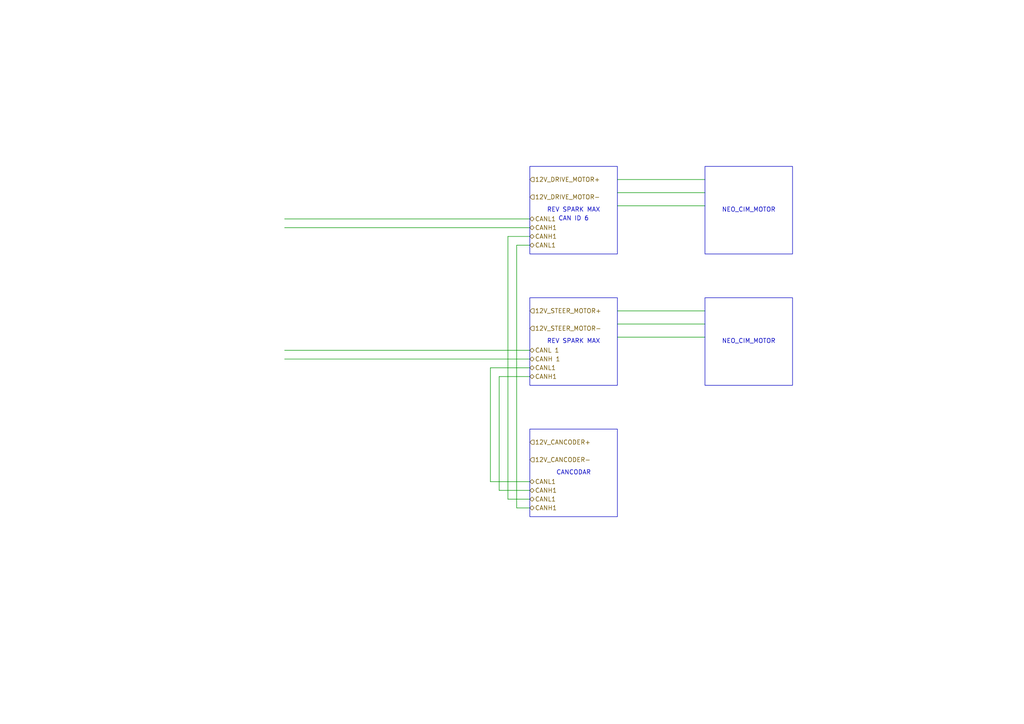
<source format=kicad_sch>
(kicad_sch
	(version 20250114)
	(generator "eeschema")
	(generator_version "9.0")
	(uuid "a75d3122-d114-4a24-bd90-e19f72c3774b")
	(paper "A4")
	(lib_symbols)
	(rectangle
		(start 153.67 86.36)
		(end 179.07 111.76)
		(stroke
			(width 0)
			(type default)
		)
		(fill
			(type none)
		)
		(uuid 27649906-2c6c-4a31-a07f-cd4898640854)
	)
	(rectangle
		(start 153.67 124.46)
		(end 179.07 149.86)
		(stroke
			(width 0)
			(type default)
		)
		(fill
			(type none)
		)
		(uuid 3d4fcf84-4f1f-456d-bdd1-84ebecdf0559)
	)
	(rectangle
		(start 204.47 48.26)
		(end 229.87 73.66)
		(stroke
			(width 0)
			(type default)
		)
		(fill
			(type none)
		)
		(uuid 68164de7-5e62-4c0b-826b-c547bb8ba80b)
	)
	(rectangle
		(start 204.47 86.36)
		(end 229.87 111.76)
		(stroke
			(width 0)
			(type default)
		)
		(fill
			(type none)
		)
		(uuid 6ecef72d-fccc-4aa2-987f-c79b19d34f66)
	)
	(rectangle
		(start 153.67 48.26)
		(end 179.07 73.66)
		(stroke
			(width 0)
			(type default)
		)
		(fill
			(type none)
		)
		(uuid 707989c9-a58a-44b3-906d-134162e2c469)
	)
	(text "NEO_CIM_MOTOR"
		(exclude_from_sim no)
		(at 217.17 60.96 0)
		(effects
			(font
				(size 1.27 1.27)
			)
		)
		(uuid "13624390-faac-4351-9f5f-bcbe2e330637")
	)
	(text "REV SPARK MAX"
		(exclude_from_sim no)
		(at 166.37 60.96 0)
		(effects
			(font
				(size 1.27 1.27)
			)
		)
		(uuid "2545c5d9-3c02-4bca-be88-00fe60081c70")
	)
	(text "NEO_CIM_MOTOR"
		(exclude_from_sim no)
		(at 217.17 99.06 0)
		(effects
			(font
				(size 1.27 1.27)
			)
		)
		(uuid "51416aef-48a0-4ee6-af9a-1ed315131a71")
	)
	(text "REV SPARK MAX"
		(exclude_from_sim no)
		(at 166.37 99.06 0)
		(effects
			(font
				(size 1.27 1.27)
			)
		)
		(uuid "71e1c4a7-d1c6-4978-97f4-6169e50563b9")
	)
	(text "CANCODAR"
		(exclude_from_sim no)
		(at 166.37 137.16 0)
		(effects
			(font
				(size 1.27 1.27)
			)
		)
		(uuid "9ce1586b-6d22-455a-b0e2-09a7831c842c")
	)
	(text "CAN ID 6"
		(exclude_from_sim no)
		(at 166.37 63.5 0)
		(effects
			(font
				(size 1.27 1.27)
			)
		)
		(uuid "d44876c4-59c6-4ee4-bb6f-78685ab1ddea")
	)
	(wire
		(pts
			(xy 153.67 142.24) (xy 144.78 142.24)
		)
		(stroke
			(width 0)
			(type default)
		)
		(uuid "01b054fa-c17b-45ac-ba82-782b3fbb1ef3")
	)
	(wire
		(pts
			(xy 144.78 142.24) (xy 144.78 109.22)
		)
		(stroke
			(width 0)
			(type default)
		)
		(uuid "032bc469-f7d7-4969-9fed-1418b34c802c")
	)
	(wire
		(pts
			(xy 149.86 71.12) (xy 149.86 147.32)
		)
		(stroke
			(width 0)
			(type default)
		)
		(uuid "0faf2e42-8fe2-448d-a59e-779a4b51f7c8")
	)
	(wire
		(pts
			(xy 149.86 147.32) (xy 153.67 147.32)
		)
		(stroke
			(width 0)
			(type default)
		)
		(uuid "13d53cda-c6f1-403b-b65c-ad57b9047e22")
	)
	(wire
		(pts
			(xy 153.67 71.12) (xy 149.86 71.12)
		)
		(stroke
			(width 0)
			(type default)
		)
		(uuid "1d4822d1-3f30-4364-83d0-fe2f8336ce8c")
	)
	(wire
		(pts
			(xy 179.07 90.17) (xy 204.47 90.17)
		)
		(stroke
			(width 0)
			(type default)
		)
		(uuid "202b88bc-6127-420d-ad74-e24dc1a6bd66")
	)
	(wire
		(pts
			(xy 179.07 93.98) (xy 204.47 93.98)
		)
		(stroke
			(width 0)
			(type default)
		)
		(uuid "2bcc417e-23d0-4c8e-b562-aaef8cc1da4b")
	)
	(wire
		(pts
			(xy 142.24 106.68) (xy 153.67 106.68)
		)
		(stroke
			(width 0)
			(type default)
		)
		(uuid "2f419eb7-1625-4459-b37d-f376c4c3aba4")
	)
	(wire
		(pts
			(xy 82.55 66.04) (xy 153.67 66.04)
		)
		(stroke
			(width 0)
			(type default)
		)
		(uuid "3d81f6f9-12b8-4d3b-9701-7311baccfea9")
	)
	(wire
		(pts
			(xy 142.24 139.7) (xy 142.24 106.68)
		)
		(stroke
			(width 0)
			(type default)
		)
		(uuid "3e1da258-1b1e-4f33-b980-d01b51e5ae17")
	)
	(wire
		(pts
			(xy 82.55 63.5) (xy 153.67 63.5)
		)
		(stroke
			(width 0)
			(type default)
		)
		(uuid "528c1e1b-4ee8-48b5-a181-af94277f64c5")
	)
	(wire
		(pts
			(xy 147.32 68.58) (xy 147.32 144.78)
		)
		(stroke
			(width 0)
			(type default)
		)
		(uuid "54058c41-d5de-46a0-b23a-c705093ddcff")
	)
	(wire
		(pts
			(xy 153.67 68.58) (xy 147.32 68.58)
		)
		(stroke
			(width 0)
			(type default)
		)
		(uuid "60cc6ca0-36dd-422a-b1db-5e8258ac619c")
	)
	(wire
		(pts
			(xy 82.55 101.6) (xy 153.67 101.6)
		)
		(stroke
			(width 0)
			(type default)
		)
		(uuid "68e4801c-400b-4777-9c2b-58b8d8510f9a")
	)
	(wire
		(pts
			(xy 82.55 104.14) (xy 153.67 104.14)
		)
		(stroke
			(width 0)
			(type default)
		)
		(uuid "7449b321-7958-4b2a-ac1c-051a440726a3")
	)
	(wire
		(pts
			(xy 179.07 52.07) (xy 204.47 52.07)
		)
		(stroke
			(width 0)
			(type default)
		)
		(uuid "a5d817b1-e3a6-4279-b15e-19573c4e0c93")
	)
	(wire
		(pts
			(xy 179.07 97.79) (xy 204.47 97.79)
		)
		(stroke
			(width 0)
			(type default)
		)
		(uuid "b2be6c53-571e-4ed3-a682-5fd66b33fc5e")
	)
	(wire
		(pts
			(xy 179.07 55.88) (xy 204.47 55.88)
		)
		(stroke
			(width 0)
			(type default)
		)
		(uuid "b4048379-f0d8-4253-ad6e-0082305cfde4")
	)
	(wire
		(pts
			(xy 153.67 139.7) (xy 142.24 139.7)
		)
		(stroke
			(width 0)
			(type default)
		)
		(uuid "b949b2a7-a9a2-438f-8759-c2154045cf62")
	)
	(wire
		(pts
			(xy 147.32 144.78) (xy 153.67 144.78)
		)
		(stroke
			(width 0)
			(type default)
		)
		(uuid "cbfd855f-a24e-426b-b0f9-46ee57008e93")
	)
	(wire
		(pts
			(xy 179.07 59.69) (xy 204.47 59.69)
		)
		(stroke
			(width 0)
			(type default)
		)
		(uuid "d98fa549-4ade-4c3b-a188-0d09ef88e54a")
	)
	(wire
		(pts
			(xy 144.78 109.22) (xy 153.67 109.22)
		)
		(stroke
			(width 0)
			(type default)
		)
		(uuid "ec434c04-abad-4982-9a5c-c14d8b49d77a")
	)
	(hierarchical_label "CANL1"
		(shape bidirectional)
		(at 153.67 106.68 0)
		(effects
			(font
				(size 1.27 1.27)
			)
			(justify left)
		)
		(uuid "03e8def9-d197-4449-b5a7-c4283ca9773a")
	)
	(hierarchical_label "CANH1"
		(shape bidirectional)
		(at 153.67 68.58 0)
		(effects
			(font
				(size 1.27 1.27)
			)
			(justify left)
		)
		(uuid "044d8401-7e49-411a-9435-38ab27f742bc")
	)
	(hierarchical_label "12V_STEER_MOTOR+"
		(shape input)
		(at 153.67 90.17 0)
		(effects
			(font
				(size 1.27 1.27)
			)
			(justify left)
		)
		(uuid "09a15638-8c5d-4fc5-930f-3b1b1bfede91")
	)
	(hierarchical_label "CANH 1"
		(shape bidirectional)
		(at 153.67 104.14 0)
		(effects
			(font
				(size 1.27 1.27)
			)
			(justify left)
		)
		(uuid "3a8165c8-cacf-45dd-8c73-b38d023b66b1")
	)
	(hierarchical_label "CANL1"
		(shape bidirectional)
		(at 153.67 144.78 0)
		(effects
			(font
				(size 1.27 1.27)
			)
			(justify left)
		)
		(uuid "453fd51a-ac18-432a-8b0d-345402014722")
	)
	(hierarchical_label "12V_CANCODER+"
		(shape input)
		(at 153.67 128.27 0)
		(effects
			(font
				(size 1.27 1.27)
			)
			(justify left)
		)
		(uuid "4afea751-8256-47d2-a2c8-8374af1063ab")
	)
	(hierarchical_label "CANL1"
		(shape bidirectional)
		(at 153.67 139.7 0)
		(effects
			(font
				(size 1.27 1.27)
			)
			(justify left)
		)
		(uuid "56f23563-7629-44c8-9e01-21a60754898f")
	)
	(hierarchical_label "12V_CANCODER-"
		(shape input)
		(at 153.67 133.35 0)
		(effects
			(font
				(size 1.27 1.27)
			)
			(justify left)
		)
		(uuid "5def203f-aaf5-4bcf-a14e-283c99c2607d")
	)
	(hierarchical_label "CANH1"
		(shape bidirectional)
		(at 153.67 109.22 0)
		(effects
			(font
				(size 1.27 1.27)
			)
			(justify left)
		)
		(uuid "8c7e5b86-0c82-4295-b6dc-9661162ed1e2")
	)
	(hierarchical_label "CANL1"
		(shape bidirectional)
		(at 153.67 71.12 0)
		(effects
			(font
				(size 1.27 1.27)
			)
			(justify left)
		)
		(uuid "9b13dd7a-b134-43c7-b737-d09695198c2c")
	)
	(hierarchical_label "CANH1"
		(shape bidirectional)
		(at 153.67 147.32 0)
		(effects
			(font
				(size 1.27 1.27)
			)
			(justify left)
		)
		(uuid "9bf4a094-d6f9-4984-b9ff-c5225e332ac2")
	)
	(hierarchical_label "CANH1"
		(shape bidirectional)
		(at 153.67 66.04 0)
		(effects
			(font
				(size 1.27 1.27)
			)
			(justify left)
		)
		(uuid "a0c5539e-5a36-4778-99ce-e716e5b439ef")
	)
	(hierarchical_label "CANL1"
		(shape bidirectional)
		(at 153.67 63.5 0)
		(effects
			(font
				(size 1.27 1.27)
			)
			(justify left)
		)
		(uuid "a531ea99-a3c2-406a-8ec4-e2d28d9b516a")
	)
	(hierarchical_label "12V_DRIVE_MOTOR+"
		(shape input)
		(at 153.67 52.07 0)
		(effects
			(font
				(size 1.27 1.27)
			)
			(justify left)
		)
		(uuid "b75660ca-fd1c-4f6c-a034-84e88b49bba6")
	)
	(hierarchical_label "CANH1"
		(shape bidirectional)
		(at 153.67 142.24 0)
		(effects
			(font
				(size 1.27 1.27)
			)
			(justify left)
		)
		(uuid "c914c005-19a0-401a-afd6-83faab735715")
	)
	(hierarchical_label "CANL 1"
		(shape bidirectional)
		(at 153.67 101.6 0)
		(effects
			(font
				(size 1.27 1.27)
			)
			(justify left)
		)
		(uuid "cc91ac70-6d39-451a-851c-8e53b4d5f4c6")
	)
	(hierarchical_label "12V_DRIVE_MOTOR-"
		(shape input)
		(at 153.67 57.15 0)
		(effects
			(font
				(size 1.27 1.27)
			)
			(justify left)
		)
		(uuid "ed5c0a70-6700-46c9-a28f-6e732a95a21c")
	)
	(hierarchical_label "12V_STEER_MOTOR-"
		(shape input)
		(at 153.67 95.25 0)
		(effects
			(font
				(size 1.27 1.27)
			)
			(justify left)
		)
		(uuid "f24ae458-bc5c-4a5d-a1e2-98c3e6f6dc4d")
	)
)

</source>
